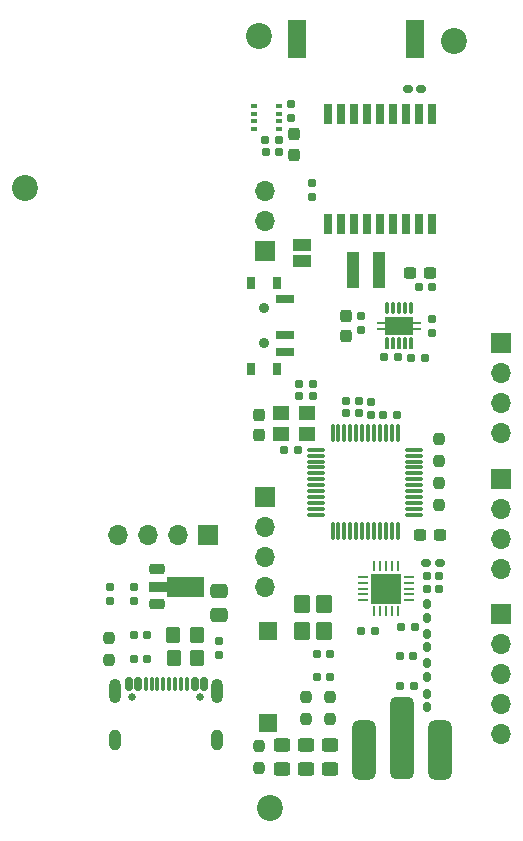
<source format=gbr>
%TF.GenerationSoftware,KiCad,Pcbnew,8.0.1*%
%TF.CreationDate,2024-07-17T16:46:35-04:00*%
%TF.ProjectId,Tiny4FSK,54696e79-3446-4534-9b2e-6b696361645f,rev?*%
%TF.SameCoordinates,Original*%
%TF.FileFunction,Soldermask,Top*%
%TF.FilePolarity,Negative*%
%FSLAX46Y46*%
G04 Gerber Fmt 4.6, Leading zero omitted, Abs format (unit mm)*
G04 Created by KiCad (PCBNEW 8.0.1) date 2024-07-17 16:46:35*
%MOMM*%
%LPD*%
G01*
G04 APERTURE LIST*
G04 Aperture macros list*
%AMRoundRect*
0 Rectangle with rounded corners*
0 $1 Rounding radius*
0 $2 $3 $4 $5 $6 $7 $8 $9 X,Y pos of 4 corners*
0 Add a 4 corners polygon primitive as box body*
4,1,4,$2,$3,$4,$5,$6,$7,$8,$9,$2,$3,0*
0 Add four circle primitives for the rounded corners*
1,1,$1+$1,$2,$3*
1,1,$1+$1,$4,$5*
1,1,$1+$1,$6,$7*
1,1,$1+$1,$8,$9*
0 Add four rect primitives between the rounded corners*
20,1,$1+$1,$2,$3,$4,$5,0*
20,1,$1+$1,$4,$5,$6,$7,0*
20,1,$1+$1,$6,$7,$8,$9,0*
20,1,$1+$1,$8,$9,$2,$3,0*%
%AMFreePoly0*
4,1,9,3.862500,-0.866500,0.737500,-0.866500,0.737500,-0.450000,-0.737500,-0.450000,-0.737500,0.450000,0.737500,0.450000,0.737500,0.866500,3.862500,0.866500,3.862500,-0.866500,3.862500,-0.866500,$1*%
G04 Aperture macros list end*
%ADD10R,0.800000X1.800000*%
%ADD11RoundRect,0.160000X0.160000X-0.197500X0.160000X0.197500X-0.160000X0.197500X-0.160000X-0.197500X0*%
%ADD12RoundRect,0.155000X0.155000X-0.212500X0.155000X0.212500X-0.155000X0.212500X-0.155000X-0.212500X0*%
%ADD13RoundRect,0.155000X-0.212500X-0.155000X0.212500X-0.155000X0.212500X0.155000X-0.212500X0.155000X0*%
%ADD14RoundRect,0.155000X0.212500X0.155000X-0.212500X0.155000X-0.212500X-0.155000X0.212500X-0.155000X0*%
%ADD15FreePoly0,0.000000*%
%ADD16RoundRect,0.225000X-0.425000X-0.225000X0.425000X-0.225000X0.425000X0.225000X-0.425000X0.225000X0*%
%ADD17RoundRect,0.250000X0.350000X0.450000X-0.350000X0.450000X-0.350000X-0.450000X0.350000X-0.450000X0*%
%ADD18R,1.700000X1.700000*%
%ADD19O,1.700000X1.700000*%
%ADD20C,0.650000*%
%ADD21RoundRect,0.150000X-0.150000X-0.425000X0.150000X-0.425000X0.150000X0.425000X-0.150000X0.425000X0*%
%ADD22RoundRect,0.075000X-0.075000X-0.500000X0.075000X-0.500000X0.075000X0.500000X-0.075000X0.500000X0*%
%ADD23O,1.000000X2.100000*%
%ADD24O,1.000000X1.800000*%
%ADD25RoundRect,0.237500X0.237500X-0.250000X0.237500X0.250000X-0.237500X0.250000X-0.237500X-0.250000X0*%
%ADD26RoundRect,0.250000X-0.475000X0.337500X-0.475000X-0.337500X0.475000X-0.337500X0.475000X0.337500X0*%
%ADD27C,2.200000*%
%ADD28RoundRect,0.160000X-0.160000X0.222500X-0.160000X-0.222500X0.160000X-0.222500X0.160000X0.222500X0*%
%ADD29R,1.400000X1.200000*%
%ADD30RoundRect,0.160000X-0.197500X-0.160000X0.197500X-0.160000X0.197500X0.160000X-0.197500X0.160000X0*%
%ADD31R,1.500000X1.000000*%
%ADD32RoundRect,0.237500X-0.237500X0.300000X-0.237500X-0.300000X0.237500X-0.300000X0.237500X0.300000X0*%
%ADD33RoundRect,0.160000X-0.222500X-0.160000X0.222500X-0.160000X0.222500X0.160000X-0.222500X0.160000X0*%
%ADD34RoundRect,0.160000X0.197500X0.160000X-0.197500X0.160000X-0.197500X-0.160000X0.197500X-0.160000X0*%
%ADD35RoundRect,0.237500X0.300000X0.237500X-0.300000X0.237500X-0.300000X-0.237500X0.300000X-0.237500X0*%
%ADD36RoundRect,0.155000X-0.155000X0.212500X-0.155000X-0.212500X0.155000X-0.212500X0.155000X0.212500X0*%
%ADD37R,2.500000X2.500000*%
%ADD38RoundRect,0.062500X0.062500X0.350000X-0.062500X0.350000X-0.062500X-0.350000X0.062500X-0.350000X0*%
%ADD39RoundRect,0.062500X0.350000X0.062500X-0.350000X0.062500X-0.350000X-0.062500X0.350000X-0.062500X0*%
%ADD40RoundRect,0.237500X-0.237500X0.250000X-0.237500X-0.250000X0.237500X-0.250000X0.237500X0.250000X0*%
%ADD41RoundRect,0.250000X-0.450000X0.325000X-0.450000X-0.325000X0.450000X-0.325000X0.450000X0.325000X0*%
%ADD42RoundRect,0.160000X-0.160000X0.197500X-0.160000X-0.197500X0.160000X-0.197500X0.160000X0.197500X0*%
%ADD43RoundRect,0.070000X-0.140000X0.140000X-0.140000X-0.140000X0.140000X-0.140000X0.140000X0.140000X0*%
%ADD44O,0.420000X0.990000*%
%ADD45C,0.600000*%
%ADD46R,1.050000X0.680000*%
%ADD47R,0.500000X0.260000*%
%ADD48R,0.700000X0.280000*%
%ADD49R,2.400000X1.650000*%
%ADD50RoundRect,0.237500X0.237500X-0.300000X0.237500X0.300000X-0.237500X0.300000X-0.237500X-0.300000X0*%
%ADD51RoundRect,0.500000X0.500000X3.000000X-0.500000X3.000000X-0.500000X-3.000000X0.500000X-3.000000X0*%
%ADD52C,2.000000*%
%ADD53RoundRect,0.500000X0.500000X2.000000X-0.500000X2.000000X-0.500000X-2.000000X0.500000X-2.000000X0*%
%ADD54RoundRect,0.160000X0.222500X0.160000X-0.222500X0.160000X-0.222500X-0.160000X0.222500X-0.160000X0*%
%ADD55R,0.500000X0.350000*%
%ADD56RoundRect,0.237500X-0.300000X-0.237500X0.300000X-0.237500X0.300000X0.237500X-0.300000X0.237500X0*%
%ADD57R,1.140000X3.050000*%
%ADD58RoundRect,0.102000X-0.550000X-0.650000X0.550000X-0.650000X0.550000X0.650000X-0.550000X0.650000X0*%
%ADD59RoundRect,0.075000X-0.662500X-0.075000X0.662500X-0.075000X0.662500X0.075000X-0.662500X0.075000X0*%
%ADD60RoundRect,0.075000X-0.075000X-0.662500X0.075000X-0.662500X0.075000X0.662500X-0.075000X0.662500X0*%
%ADD61RoundRect,0.102000X-0.700000X1.500000X-0.700000X-1.500000X0.700000X-1.500000X0.700000X1.500000X0*%
%ADD62R,1.500000X0.700000*%
%ADD63R,0.800000X1.000000*%
%ADD64C,0.900000*%
%ADD65R,1.500000X1.500000*%
G04 APERTURE END LIST*
D10*
%TO.C,U2*%
X147650000Y-51792500D03*
X148750000Y-51792500D03*
X149850000Y-51792500D03*
X150950000Y-51792500D03*
X152050000Y-51792500D03*
X153150000Y-51792500D03*
X154250000Y-51792500D03*
X155350000Y-51792500D03*
X156450000Y-51792500D03*
X156450000Y-61107500D03*
X155350000Y-61107500D03*
X154250000Y-61107500D03*
X153150000Y-61107500D03*
X152050000Y-61107500D03*
X150950000Y-61107500D03*
X149850000Y-61107500D03*
X148750000Y-61107500D03*
X147650000Y-61107500D03*
%TD*%
D11*
%TO.C,R3*%
X138361918Y-97613080D03*
X138361918Y-96418080D03*
%TD*%
D12*
%TO.C,C6*%
X131181512Y-93020813D03*
X131181512Y-91885813D03*
%TD*%
D13*
%TO.C,C5*%
X131164767Y-95942151D03*
X132299767Y-95942151D03*
%TD*%
D12*
%TO.C,C4*%
X129170231Y-93014638D03*
X129170231Y-91879638D03*
%TD*%
D14*
%TO.C,C3*%
X132314592Y-97936046D03*
X131179592Y-97936046D03*
%TD*%
D15*
%TO.C,U8*%
X133222500Y-91840000D03*
D16*
X133135000Y-93340000D03*
X133135000Y-90340000D03*
%TD*%
D17*
%TO.C,R7*%
X134522329Y-95967676D03*
X136522329Y-95967676D03*
%TD*%
%TO.C,R5*%
X134535858Y-97917619D03*
X136535858Y-97917619D03*
%TD*%
D18*
%TO.C,J8*%
X137491300Y-87496215D03*
D19*
X134951300Y-87496215D03*
X132411300Y-87496215D03*
X129871300Y-87496215D03*
%TD*%
D20*
%TO.C,J3*%
X131036776Y-101155139D03*
X136816776Y-101155139D03*
D21*
X130726776Y-100080139D03*
X131526776Y-100080139D03*
D22*
X132676776Y-100080139D03*
X133676776Y-100080139D03*
X134176776Y-100080139D03*
X135176776Y-100080139D03*
D21*
X136326776Y-100080139D03*
X137126776Y-100080139D03*
X137126776Y-100080139D03*
X136326776Y-100080139D03*
D22*
X135676776Y-100080139D03*
X134676776Y-100080139D03*
X133176776Y-100080139D03*
X132176776Y-100080139D03*
D21*
X131526776Y-100080139D03*
X130726776Y-100080139D03*
D23*
X129606776Y-100655139D03*
D24*
X129606776Y-104835139D03*
D23*
X138246776Y-100655139D03*
D24*
X138246776Y-104835139D03*
%TD*%
D25*
%TO.C,FB1*%
X129115000Y-96202500D03*
X129115000Y-98027500D03*
%TD*%
D26*
%TO.C,C1*%
X138381627Y-94280116D03*
X138381627Y-92205116D03*
%TD*%
D27*
%TO.C,H4*%
X142740304Y-110576559D03*
%TD*%
%TO.C,H2*%
X158250000Y-45600000D03*
%TD*%
D28*
%TO.C,L5*%
X156000000Y-95826250D03*
X156000000Y-96971250D03*
%TD*%
D14*
%TO.C,C10*%
X150249421Y-77094782D03*
X149114421Y-77094782D03*
%TD*%
D29*
%TO.C,U5*%
X145850000Y-77125000D03*
X143650000Y-77125000D03*
X143650000Y-78875000D03*
X145850000Y-78875000D03*
%TD*%
D30*
%TO.C,R14*%
X145146049Y-74699191D03*
X146341049Y-74699191D03*
%TD*%
D18*
%TO.C,J4*%
X142250000Y-84210000D03*
D19*
X142250000Y-86750000D03*
X142250000Y-89290000D03*
X142250000Y-91830000D03*
%TD*%
D12*
%TO.C,C20*%
X157020822Y-92035999D03*
X157020822Y-90900999D03*
%TD*%
D31*
%TO.C,JP1*%
X145415249Y-64253719D03*
X145415249Y-62953719D03*
%TD*%
D18*
%TO.C,J5*%
X162250000Y-82700000D03*
D19*
X162250000Y-85240000D03*
X162250000Y-87780000D03*
X162250000Y-90320000D03*
%TD*%
D12*
%TO.C,C15*%
X146250000Y-58817500D03*
X146250000Y-57682500D03*
%TD*%
D27*
%TO.C,H3*%
X122000000Y-58050000D03*
%TD*%
D14*
%TO.C,C22*%
X154955655Y-95216644D03*
X153820655Y-95216644D03*
%TD*%
D27*
%TO.C,H1*%
X141750000Y-45250000D03*
%TD*%
D32*
%TO.C,C13*%
X149145000Y-68892500D03*
X149145000Y-70617500D03*
%TD*%
D28*
%TO.C,L7*%
X156000000Y-100898750D03*
X156000000Y-102043750D03*
%TD*%
D33*
%TO.C,L1*%
X155511485Y-49712967D03*
X154366485Y-49712967D03*
%TD*%
D34*
%TO.C,R1*%
X143469572Y-54041843D03*
X142274572Y-54041843D03*
%TD*%
D35*
%TO.C,C14*%
X157112500Y-87500000D03*
X155387500Y-87500000D03*
%TD*%
D36*
%TO.C,C12*%
X150395000Y-68937500D03*
X150395000Y-70072500D03*
%TD*%
D37*
%TO.C,U3*%
X152500000Y-92000000D03*
D38*
X153500000Y-93937500D03*
X153000000Y-93937500D03*
X152500000Y-93937500D03*
X152000000Y-93937500D03*
X151500000Y-93937500D03*
D39*
X150562500Y-93000000D03*
X150562500Y-92500000D03*
X150562500Y-92000000D03*
X150562500Y-91500000D03*
X150562500Y-91000000D03*
D38*
X151500000Y-90062500D03*
X152000000Y-90062500D03*
X152500000Y-90062500D03*
X153000000Y-90062500D03*
X153500000Y-90062500D03*
D39*
X154437500Y-91000000D03*
X154437500Y-91500000D03*
X154437500Y-92000000D03*
X154437500Y-92500000D03*
X154437500Y-93000000D03*
%TD*%
D14*
%TO.C,C2*%
X143462061Y-55018579D03*
X142327061Y-55018579D03*
%TD*%
D40*
%TO.C,R8*%
X157000000Y-83087500D03*
X157000000Y-84912500D03*
%TD*%
D30*
%TO.C,R12*%
X152376835Y-72431865D03*
X153571835Y-72431865D03*
%TD*%
D13*
%TO.C,C23*%
X150425508Y-95564505D03*
X151560508Y-95564505D03*
%TD*%
D41*
%TO.C,D1*%
X143750000Y-105225000D03*
X143750000Y-107275000D03*
%TD*%
D18*
%TO.C,J6*%
X142294431Y-63452157D03*
D19*
X142294431Y-60912157D03*
X142294431Y-58372157D03*
%TD*%
D42*
%TO.C,R2*%
X144509334Y-50991849D03*
X144509334Y-52186849D03*
%TD*%
D41*
%TO.C,D3*%
X147750000Y-105225000D03*
X147750000Y-107275000D03*
%TD*%
D43*
%TO.C,U6*%
X154635000Y-67995000D03*
D44*
X154635000Y-68280000D03*
D43*
X154135000Y-67995000D03*
D44*
X154135000Y-68280000D03*
D43*
X153635000Y-67995000D03*
D44*
X153635000Y-68280000D03*
D43*
X153135000Y-67995000D03*
D44*
X153135000Y-68280000D03*
D43*
X152635000Y-67995000D03*
D44*
X152635000Y-68280000D03*
X152635000Y-71230000D03*
D43*
X152635000Y-71515000D03*
D44*
X153135000Y-71230000D03*
D43*
X153135000Y-71515000D03*
D44*
X153635000Y-71230000D03*
D43*
X153635000Y-71515000D03*
D44*
X154135000Y-71230000D03*
D43*
X154135000Y-71515000D03*
D44*
X154635000Y-71230000D03*
D43*
X154635000Y-71515000D03*
D45*
X154385000Y-69255000D03*
X152885000Y-69255000D03*
D46*
X154270000Y-69305000D03*
X153000000Y-69305000D03*
D47*
X155265000Y-69505000D03*
D48*
X155185000Y-69505000D03*
X152085000Y-69505000D03*
D47*
X152005000Y-69505000D03*
D45*
X153635000Y-69755000D03*
D49*
X153635000Y-69755000D03*
D47*
X155265000Y-70005000D03*
D48*
X155185000Y-70005000D03*
X152085000Y-70005000D03*
D47*
X152005000Y-70005000D03*
D46*
X154270000Y-70205000D03*
X153000000Y-70205000D03*
D45*
X154385000Y-70255000D03*
X152885000Y-70255000D03*
%TD*%
D25*
%TO.C,R6*%
X157000000Y-81162500D03*
X157000000Y-79337500D03*
%TD*%
D50*
%TO.C,C7*%
X141798491Y-79001099D03*
X141798491Y-77276099D03*
%TD*%
D51*
%TO.C,AE2*%
X153911023Y-104665790D03*
D52*
X153911023Y-105665790D03*
D53*
X150696023Y-105665790D03*
X157126023Y-105665790D03*
%TD*%
D54*
%TO.C,L3*%
X157089522Y-89867029D03*
X155944522Y-89867029D03*
%TD*%
D25*
%TO.C,R10*%
X145759462Y-101192515D03*
X145759462Y-103017515D03*
%TD*%
D14*
%TO.C,C18*%
X147817500Y-97500000D03*
X146682500Y-97500000D03*
%TD*%
D40*
%TO.C,R9*%
X141750000Y-105337500D03*
X141750000Y-107162500D03*
%TD*%
D18*
%TO.C,J2*%
X162250000Y-71250000D03*
D19*
X162250000Y-73790000D03*
X162250000Y-76330000D03*
X162250000Y-78870000D03*
%TD*%
D50*
%TO.C,C28*%
X144767423Y-55252003D03*
X144767423Y-53527003D03*
%TD*%
D13*
%TO.C,C24*%
X146682500Y-99500000D03*
X147817500Y-99500000D03*
%TD*%
D55*
%TO.C,U1*%
X141385220Y-53079470D03*
X141385220Y-52429470D03*
X141385220Y-51779470D03*
X141385220Y-51129470D03*
X143435220Y-51129470D03*
X143435220Y-51779470D03*
X143435220Y-52429470D03*
X143435220Y-53079470D03*
%TD*%
D18*
%TO.C,J7*%
X162250000Y-94175000D03*
D19*
X162250000Y-96715000D03*
X162250000Y-99255000D03*
X162250000Y-101795000D03*
X162250000Y-104335000D03*
%TD*%
D41*
%TO.C,D2*%
X145750000Y-105225000D03*
X145750000Y-107275000D03*
%TD*%
D56*
%TO.C,C17*%
X154532500Y-65255000D03*
X156257500Y-65255000D03*
%TD*%
D14*
%TO.C,C25*%
X154817500Y-97721250D03*
X153682500Y-97721250D03*
%TD*%
D57*
%TO.C,L2*%
X151895000Y-65005000D03*
X149735000Y-65005000D03*
%TD*%
D36*
%TO.C,C9*%
X151250000Y-76182500D03*
X151250000Y-77317500D03*
%TD*%
D28*
%TO.C,L6*%
X156000000Y-98326250D03*
X156000000Y-99471250D03*
%TD*%
D14*
%TO.C,C11*%
X145049522Y-80286216D03*
X143914522Y-80286216D03*
%TD*%
D58*
%TO.C,U7*%
X145375696Y-93296174D03*
X145375696Y-95596174D03*
X147275696Y-95596174D03*
X147275696Y-93296174D03*
%TD*%
D34*
%TO.C,R15*%
X146342157Y-75654572D03*
X145147157Y-75654572D03*
%TD*%
D30*
%TO.C,R4*%
X152277171Y-77296768D03*
X153472171Y-77296768D03*
%TD*%
D36*
%TO.C,C16*%
X156395000Y-69187500D03*
X156395000Y-70322500D03*
%TD*%
D25*
%TO.C,R13*%
X147759462Y-101192515D03*
X147759462Y-103017515D03*
%TD*%
D59*
%TO.C,U4*%
X146587500Y-80250000D03*
X146587500Y-80750000D03*
X146587500Y-81250000D03*
X146587500Y-81750000D03*
X146587500Y-82250000D03*
X146587500Y-82750000D03*
X146587500Y-83250000D03*
X146587500Y-83750000D03*
X146587500Y-84250000D03*
X146587500Y-84750000D03*
X146587500Y-85250000D03*
X146587500Y-85750000D03*
D60*
X148000000Y-87162500D03*
X148500000Y-87162500D03*
X149000000Y-87162500D03*
X149500000Y-87162500D03*
X150000000Y-87162500D03*
X150500000Y-87162500D03*
X151000000Y-87162500D03*
X151500000Y-87162500D03*
X152000000Y-87162500D03*
X152500000Y-87162500D03*
X153000000Y-87162500D03*
X153500000Y-87162500D03*
D59*
X154912500Y-85750000D03*
X154912500Y-85250000D03*
X154912500Y-84750000D03*
X154912500Y-84250000D03*
X154912500Y-83750000D03*
X154912500Y-83250000D03*
X154912500Y-82750000D03*
X154912500Y-82250000D03*
X154912500Y-81750000D03*
X154912500Y-81250000D03*
X154912500Y-80750000D03*
X154912500Y-80250000D03*
D60*
X153500000Y-78837500D03*
X153000000Y-78837500D03*
X152500000Y-78837500D03*
X152000000Y-78837500D03*
X151500000Y-78837500D03*
X151000000Y-78837500D03*
X150500000Y-78837500D03*
X150000000Y-78837500D03*
X149500000Y-78837500D03*
X149000000Y-78837500D03*
X148500000Y-78837500D03*
X148000000Y-78837500D03*
%TD*%
D61*
%TO.C,AE1*%
X145020000Y-45433000D03*
X155020000Y-45433000D03*
%TD*%
D62*
%TO.C,SW2*%
X143949224Y-72000085D03*
X143949224Y-70500085D03*
X143949224Y-67500085D03*
D63*
X141089224Y-73400085D03*
X143299224Y-73400085D03*
D64*
X142189224Y-71250085D03*
X142189224Y-68250085D03*
D63*
X141089224Y-66100085D03*
X143299224Y-66100085D03*
%TD*%
D13*
%TO.C,C8*%
X149114421Y-76133145D03*
X150249421Y-76133145D03*
%TD*%
%TO.C,C21*%
X155327500Y-66505000D03*
X156462500Y-66505000D03*
%TD*%
D30*
%TO.C,R11*%
X154637648Y-72439291D03*
X155832648Y-72439291D03*
%TD*%
D65*
%TO.C,SW1*%
X142500000Y-103400000D03*
X142500000Y-95600000D03*
%TD*%
D28*
%TO.C,L4*%
X156000000Y-93326250D03*
X156000000Y-94471250D03*
%TD*%
D14*
%TO.C,C27*%
X154880910Y-100235963D03*
X153745910Y-100235963D03*
%TD*%
D36*
%TO.C,C19*%
X156000000Y-90903750D03*
X156000000Y-92038750D03*
%TD*%
M02*

</source>
